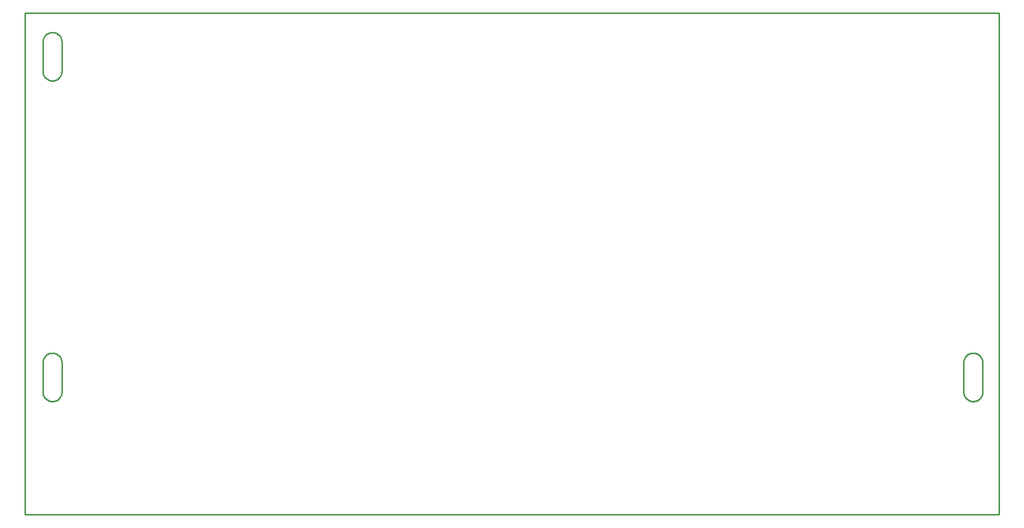
<source format=gbr>
G04 EAGLE Gerber RS-274X export*
G75*
%MOMM*%
%FSLAX34Y34*%
%LPD*%
%IN*%
%IPPOS*%
%AMOC8*
5,1,8,0,0,1.08239X$1,22.5*%
G01*
%ADD10C,0.254000*%


D10*
X0Y0D02*
X1650000Y0D01*
X1650000Y850000D01*
X0Y850000D01*
X0Y0D01*
X1590000Y209000D02*
X1589974Y207602D01*
X1590069Y206206D01*
X1590286Y204825D01*
X1590623Y203467D01*
X1591076Y202144D01*
X1591644Y200866D01*
X1592320Y199642D01*
X1593101Y198481D01*
X1593979Y197393D01*
X1594949Y196386D01*
X1596004Y195467D01*
X1597134Y194644D01*
X1598332Y193922D01*
X1599588Y193307D01*
X1600893Y192804D01*
X1602237Y192417D01*
X1603609Y192148D01*
X1605000Y192000D01*
X1606398Y191974D01*
X1607794Y192069D01*
X1609175Y192286D01*
X1610533Y192623D01*
X1611856Y193076D01*
X1613134Y193644D01*
X1614358Y194320D01*
X1615519Y195101D01*
X1616607Y195979D01*
X1617614Y196949D01*
X1618533Y198004D01*
X1619356Y199134D01*
X1620078Y200332D01*
X1620693Y201588D01*
X1621196Y202893D01*
X1621583Y204237D01*
X1621852Y205609D01*
X1622000Y207000D01*
X1622000Y257000D01*
X1622026Y258398D01*
X1621931Y259794D01*
X1621714Y261175D01*
X1621377Y262533D01*
X1620924Y263856D01*
X1620356Y265134D01*
X1619680Y266358D01*
X1618900Y267519D01*
X1618021Y268607D01*
X1617051Y269614D01*
X1615996Y270533D01*
X1614866Y271356D01*
X1613668Y272078D01*
X1612412Y272693D01*
X1611107Y273196D01*
X1609763Y273583D01*
X1608391Y273852D01*
X1607000Y274000D01*
X1605602Y274026D01*
X1604206Y273931D01*
X1602825Y273714D01*
X1601467Y273377D01*
X1600144Y272924D01*
X1598866Y272356D01*
X1597642Y271680D01*
X1596481Y270900D01*
X1595393Y270021D01*
X1594386Y269051D01*
X1593467Y267996D01*
X1592644Y266866D01*
X1591922Y265668D01*
X1591307Y264412D01*
X1590804Y263107D01*
X1590417Y261763D01*
X1590148Y260391D01*
X1590000Y259000D01*
X1590000Y209000D01*
X30000Y209000D02*
X29974Y207602D01*
X30069Y206206D01*
X30286Y204825D01*
X30623Y203467D01*
X31076Y202144D01*
X31644Y200866D01*
X32320Y199642D01*
X33101Y198481D01*
X33979Y197393D01*
X34949Y196386D01*
X36004Y195467D01*
X37134Y194644D01*
X38332Y193922D01*
X39588Y193307D01*
X40893Y192804D01*
X42237Y192417D01*
X43609Y192148D01*
X45000Y192000D01*
X46398Y191974D01*
X47794Y192069D01*
X49175Y192286D01*
X50533Y192623D01*
X51856Y193076D01*
X53134Y193644D01*
X54358Y194320D01*
X55519Y195101D01*
X56607Y195979D01*
X57614Y196949D01*
X58533Y198004D01*
X59356Y199134D01*
X60078Y200332D01*
X60693Y201588D01*
X61196Y202893D01*
X61583Y204237D01*
X61852Y205609D01*
X62000Y207000D01*
X62000Y257000D01*
X62026Y258398D01*
X61931Y259794D01*
X61714Y261175D01*
X61377Y262533D01*
X60924Y263856D01*
X60356Y265134D01*
X59680Y266358D01*
X58900Y267519D01*
X58021Y268607D01*
X57051Y269614D01*
X55996Y270533D01*
X54866Y271356D01*
X53668Y272078D01*
X52412Y272693D01*
X51107Y273196D01*
X49763Y273583D01*
X48391Y273852D01*
X47000Y274000D01*
X45602Y274026D01*
X44206Y273931D01*
X42825Y273714D01*
X41467Y273377D01*
X40144Y272924D01*
X38866Y272356D01*
X37642Y271680D01*
X36481Y270900D01*
X35393Y270021D01*
X34386Y269051D01*
X33467Y267996D01*
X32644Y266866D01*
X31922Y265668D01*
X31307Y264412D01*
X30804Y263107D01*
X30417Y261763D01*
X30148Y260391D01*
X30000Y259000D01*
X30000Y209000D01*
X30000Y752500D02*
X29974Y751102D01*
X30069Y749706D01*
X30286Y748325D01*
X30623Y746967D01*
X31076Y745644D01*
X31644Y744366D01*
X32320Y743142D01*
X33101Y741981D01*
X33979Y740893D01*
X34949Y739886D01*
X36004Y738967D01*
X37134Y738144D01*
X38332Y737422D01*
X39588Y736807D01*
X40893Y736304D01*
X42237Y735917D01*
X43609Y735648D01*
X45000Y735500D01*
X46398Y735474D01*
X47794Y735569D01*
X49175Y735786D01*
X50533Y736123D01*
X51856Y736576D01*
X53134Y737144D01*
X54358Y737820D01*
X55519Y738601D01*
X56607Y739479D01*
X57614Y740449D01*
X58533Y741504D01*
X59356Y742634D01*
X60078Y743832D01*
X60693Y745088D01*
X61196Y746393D01*
X61583Y747737D01*
X61852Y749109D01*
X62000Y750500D01*
X62000Y800500D01*
X62026Y801898D01*
X61931Y803294D01*
X61714Y804675D01*
X61377Y806033D01*
X60924Y807356D01*
X60356Y808634D01*
X59680Y809858D01*
X58900Y811019D01*
X58021Y812107D01*
X57051Y813114D01*
X55996Y814033D01*
X54866Y814856D01*
X53668Y815578D01*
X52412Y816193D01*
X51107Y816696D01*
X49763Y817083D01*
X48391Y817352D01*
X47000Y817500D01*
X45602Y817526D01*
X44206Y817431D01*
X42825Y817214D01*
X41467Y816877D01*
X40144Y816424D01*
X38866Y815856D01*
X37642Y815180D01*
X36481Y814400D01*
X35393Y813521D01*
X34386Y812551D01*
X33467Y811496D01*
X32644Y810366D01*
X31922Y809168D01*
X31307Y807912D01*
X30804Y806607D01*
X30417Y805263D01*
X30148Y803891D01*
X30000Y802500D01*
X30000Y752500D01*
M02*

</source>
